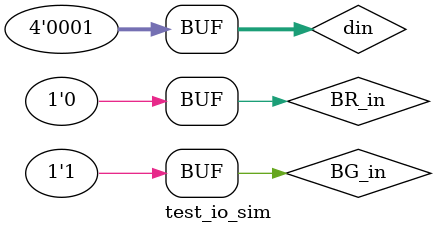
<source format=v>
`timescale 1ns / 1ps


module test_io_sim();
reg BG_in,BR_in;
reg [3:0]din;
wire BG_out,BR_out,BS_out;
wire [3:0]dout;
wire ena,my_BG,already_BG_out;

io_interface_link i0(
    .BG_in(BG_in), // ÓÉÆäËûÉè±¸½øÀ´µÄBGÐÅºÅ
    .BG_out(BG_out), // ¸øÆäËûÉè±¸µÄBGÐÅºÅ£¨Á´Ê½£©
    .BR_in(BR_in),    // Íâ²¿ÊäÈëµÄ×ÜÏßÇëÇó
    .BR_out(BR_out),  // Êä³ö£º×ÜÏßÇëÇóÐÅºÅ
    .BS_out(BS_out),  // Êä³ö£º×ÜÏßÃ¦ÐÅºÅ
    .din(din), // ÇëÇóµØÖ·£ºÍâ²¿ÊäÈë
    .dout(dout),   // µ½Êý¾Ý×ÜÏßµÄÊä³ö
    
    .ena(ena),
    .my_BG(my_BG),//¼ÇÂ¼ÉÏ¼¶´«À´µÄBGÐÅºÅ£¬ÒòÎªÉÏ¼¶»áÔÚ´«ÊäÐÅºÅºó³·»ØÐÅºÅ
    .already_BG_out(already_BG_out)//¼ÇÂ¼ÊÇ·ñ´«µÝ¹ýBGÐÅºÅ
    
    );
initial begin
    din = 4'b0001;
    BR_in = 1;
    #10 BG_in = 1;
    #100 BR_in = 0;
    
end
endmodule

</source>
